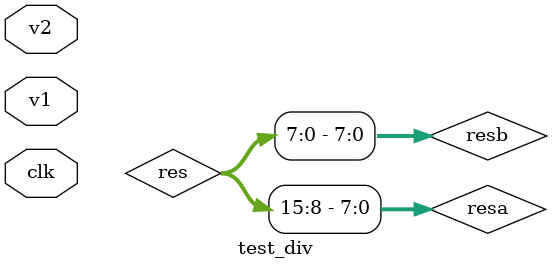
<source format=sv>
module test_div(
	input wire clk,
	input wire [7:0] v1,
	input wire [7:0] v2
);

	reg [15:0] res;
	wire [7:0] resa = res[15:8];
	wire [7:0] resb = res[7:0];


	always @(posedge clk) begin
		res <= {v1, 8'b0} / v2;
	end

endmodule

</source>
